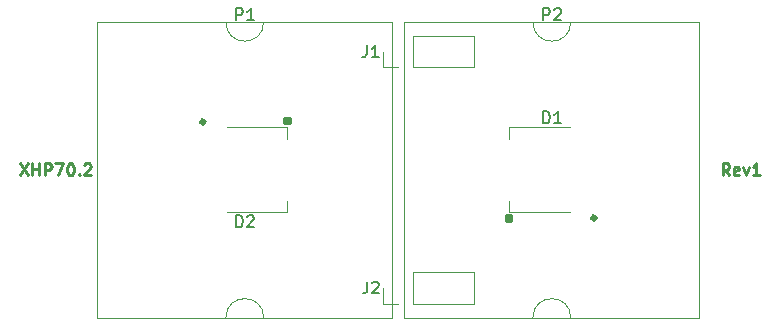
<source format=gto>
G04 #@! TF.GenerationSoftware,KiCad,Pcbnew,5.1.4-e60b266~84~ubuntu18.04.1*
G04 #@! TF.CreationDate,2019-09-11T21:53:04+05:30*
G04 #@! TF.ProjectId,SenseCam_XHP70.2_rev1,53656e73-6543-4616-9d5f-58485037302e,rev?*
G04 #@! TF.SameCoordinates,Original*
G04 #@! TF.FileFunction,Legend,Top*
G04 #@! TF.FilePolarity,Positive*
%FSLAX46Y46*%
G04 Gerber Fmt 4.6, Leading zero omitted, Abs format (unit mm)*
G04 Created by KiCad (PCBNEW 5.1.4-e60b266~84~ubuntu18.04.1) date 2019-09-11 21:53:04*
%MOMM*%
%LPD*%
G04 APERTURE LIST*
%ADD10C,0.250000*%
%ADD11C,0.120000*%
%ADD12C,0.300000*%
%ADD13C,0.400000*%
%ADD14C,0.150000*%
G04 APERTURE END LIST*
D10*
X70523809Y-23452380D02*
X70190476Y-22976190D01*
X69952380Y-23452380D02*
X69952380Y-22452380D01*
X70333333Y-22452380D01*
X70428571Y-22500000D01*
X70476190Y-22547619D01*
X70523809Y-22642857D01*
X70523809Y-22785714D01*
X70476190Y-22880952D01*
X70428571Y-22928571D01*
X70333333Y-22976190D01*
X69952380Y-22976190D01*
X71333333Y-23404761D02*
X71238095Y-23452380D01*
X71047619Y-23452380D01*
X70952380Y-23404761D01*
X70904761Y-23309523D01*
X70904761Y-22928571D01*
X70952380Y-22833333D01*
X71047619Y-22785714D01*
X71238095Y-22785714D01*
X71333333Y-22833333D01*
X71380952Y-22928571D01*
X71380952Y-23023809D01*
X70904761Y-23119047D01*
X71714285Y-22785714D02*
X71952380Y-23452380D01*
X72190476Y-22785714D01*
X73095238Y-23452380D02*
X72523809Y-23452380D01*
X72809523Y-23452380D02*
X72809523Y-22452380D01*
X72714285Y-22595238D01*
X72619047Y-22690476D01*
X72523809Y-22738095D01*
X10476190Y-22452380D02*
X11142857Y-23452380D01*
X11142857Y-22452380D02*
X10476190Y-23452380D01*
X11523809Y-23452380D02*
X11523809Y-22452380D01*
X11523809Y-22928571D02*
X12095238Y-22928571D01*
X12095238Y-23452380D02*
X12095238Y-22452380D01*
X12571428Y-23452380D02*
X12571428Y-22452380D01*
X12952380Y-22452380D01*
X13047619Y-22500000D01*
X13095238Y-22547619D01*
X13142857Y-22642857D01*
X13142857Y-22785714D01*
X13095238Y-22880952D01*
X13047619Y-22928571D01*
X12952380Y-22976190D01*
X12571428Y-22976190D01*
X13476190Y-22452380D02*
X14142857Y-22452380D01*
X13714285Y-23452380D01*
X14714285Y-22452380D02*
X14809523Y-22452380D01*
X14904761Y-22500000D01*
X14952380Y-22547619D01*
X15000000Y-22642857D01*
X15047619Y-22833333D01*
X15047619Y-23071428D01*
X15000000Y-23261904D01*
X14952380Y-23357142D01*
X14904761Y-23404761D01*
X14809523Y-23452380D01*
X14714285Y-23452380D01*
X14619047Y-23404761D01*
X14571428Y-23357142D01*
X14523809Y-23261904D01*
X14476190Y-23071428D01*
X14476190Y-22833333D01*
X14523809Y-22642857D01*
X14571428Y-22547619D01*
X14619047Y-22500000D01*
X14714285Y-22452380D01*
X15476190Y-23357142D02*
X15523809Y-23404761D01*
X15476190Y-23452380D01*
X15428571Y-23404761D01*
X15476190Y-23357142D01*
X15476190Y-23452380D01*
X15904761Y-22547619D02*
X15952380Y-22500000D01*
X16047619Y-22452380D01*
X16285714Y-22452380D01*
X16380952Y-22500000D01*
X16428571Y-22547619D01*
X16476190Y-22642857D01*
X16476190Y-22738095D01*
X16428571Y-22880952D01*
X15857142Y-23452380D01*
X16476190Y-23452380D01*
D11*
X17000000Y-35500000D02*
X42000000Y-35500000D01*
X42000000Y-35500000D02*
X42000000Y-10500000D01*
X17000000Y-35500000D02*
X17000000Y-10500000D01*
X17000000Y-10500000D02*
X42000000Y-10500000D01*
X27900000Y-10500000D02*
G75*
G03X31100000Y-10500000I1600000J0D01*
G01*
X27900000Y-35500000D02*
G75*
G02X31100000Y-35500000I1600000J0D01*
G01*
X51900000Y-19400000D02*
X51900000Y-20400000D01*
X57000000Y-19400000D02*
X51900000Y-19400000D01*
X51900000Y-26600000D02*
X51900000Y-25600000D01*
X57000000Y-26600000D02*
X51900000Y-26600000D01*
D12*
G36*
X51690000Y-26937000D02*
G01*
X51690000Y-27318000D01*
X52071000Y-27318000D01*
X52071000Y-26937000D01*
X51817000Y-26937000D01*
X51690000Y-26937000D01*
G37*
X51690000Y-26937000D02*
X51690000Y-27318000D01*
X52071000Y-27318000D01*
X52071000Y-26937000D01*
X51817000Y-26937000D01*
X51690000Y-26937000D01*
D13*
X59183000Y-27064000D02*
G75*
G03X59183000Y-27064000I-127000J0D01*
G01*
X26071000Y-18936000D02*
G75*
G03X26071000Y-18936000I-127000J0D01*
G01*
D12*
G36*
X33310000Y-19063000D02*
G01*
X33310000Y-18682000D01*
X32929000Y-18682000D01*
X32929000Y-19063000D01*
X33183000Y-19063000D01*
X33310000Y-19063000D01*
G37*
X33310000Y-19063000D02*
X33310000Y-18682000D01*
X32929000Y-18682000D01*
X32929000Y-19063000D01*
X33183000Y-19063000D01*
X33310000Y-19063000D01*
D11*
X28000000Y-19400000D02*
X33100000Y-19400000D01*
X33100000Y-19400000D02*
X33100000Y-20400000D01*
X28000000Y-26600000D02*
X33100000Y-26600000D01*
X33100000Y-26600000D02*
X33100000Y-25600000D01*
X48910000Y-14330000D02*
X48910000Y-11670000D01*
X43770000Y-14330000D02*
X48910000Y-14330000D01*
X43770000Y-11670000D02*
X48910000Y-11670000D01*
X43770000Y-14330000D02*
X43770000Y-11670000D01*
X42500000Y-14330000D02*
X41170000Y-14330000D01*
X41170000Y-14330000D02*
X41170000Y-13000000D01*
X48910000Y-34330000D02*
X48910000Y-31670000D01*
X43770000Y-34330000D02*
X48910000Y-34330000D01*
X43770000Y-31670000D02*
X48910000Y-31670000D01*
X43770000Y-34330000D02*
X43770000Y-31670000D01*
X42500000Y-34330000D02*
X41170000Y-34330000D01*
X41170000Y-34330000D02*
X41170000Y-33000000D01*
X53900000Y-35500000D02*
G75*
G02X57100000Y-35500000I1600000J0D01*
G01*
X53900000Y-10500000D02*
G75*
G03X57100000Y-10500000I1600000J0D01*
G01*
X43000000Y-10500000D02*
X68000000Y-10500000D01*
X43000000Y-35500000D02*
X43000000Y-10500000D01*
X68000000Y-35500000D02*
X68000000Y-10500000D01*
X43000000Y-35500000D02*
X68000000Y-35500000D01*
D14*
X28761904Y-10327380D02*
X28761904Y-9327380D01*
X29142857Y-9327380D01*
X29238095Y-9375000D01*
X29285714Y-9422619D01*
X29333333Y-9517857D01*
X29333333Y-9660714D01*
X29285714Y-9755952D01*
X29238095Y-9803571D01*
X29142857Y-9851190D01*
X28761904Y-9851190D01*
X30285714Y-10327380D02*
X29714285Y-10327380D01*
X30000000Y-10327380D02*
X30000000Y-9327380D01*
X29904761Y-9470238D01*
X29809523Y-9565476D01*
X29714285Y-9613095D01*
X54761904Y-19052380D02*
X54761904Y-18052380D01*
X55000000Y-18052380D01*
X55142857Y-18100000D01*
X55238095Y-18195238D01*
X55285714Y-18290476D01*
X55333333Y-18480952D01*
X55333333Y-18623809D01*
X55285714Y-18814285D01*
X55238095Y-18909523D01*
X55142857Y-19004761D01*
X55000000Y-19052380D01*
X54761904Y-19052380D01*
X56285714Y-19052380D02*
X55714285Y-19052380D01*
X56000000Y-19052380D02*
X56000000Y-18052380D01*
X55904761Y-18195238D01*
X55809523Y-18290476D01*
X55714285Y-18338095D01*
X28761904Y-27852380D02*
X28761904Y-26852380D01*
X29000000Y-26852380D01*
X29142857Y-26900000D01*
X29238095Y-26995238D01*
X29285714Y-27090476D01*
X29333333Y-27280952D01*
X29333333Y-27423809D01*
X29285714Y-27614285D01*
X29238095Y-27709523D01*
X29142857Y-27804761D01*
X29000000Y-27852380D01*
X28761904Y-27852380D01*
X29714285Y-26947619D02*
X29761904Y-26900000D01*
X29857142Y-26852380D01*
X30095238Y-26852380D01*
X30190476Y-26900000D01*
X30238095Y-26947619D01*
X30285714Y-27042857D01*
X30285714Y-27138095D01*
X30238095Y-27280952D01*
X29666666Y-27852380D01*
X30285714Y-27852380D01*
X39836666Y-12452380D02*
X39836666Y-13166666D01*
X39789047Y-13309523D01*
X39693809Y-13404761D01*
X39550952Y-13452380D01*
X39455714Y-13452380D01*
X40836666Y-13452380D02*
X40265238Y-13452380D01*
X40550952Y-13452380D02*
X40550952Y-12452380D01*
X40455714Y-12595238D01*
X40360476Y-12690476D01*
X40265238Y-12738095D01*
X39866666Y-32452380D02*
X39866666Y-33166666D01*
X39819047Y-33309523D01*
X39723809Y-33404761D01*
X39580952Y-33452380D01*
X39485714Y-33452380D01*
X40295238Y-32547619D02*
X40342857Y-32500000D01*
X40438095Y-32452380D01*
X40676190Y-32452380D01*
X40771428Y-32500000D01*
X40819047Y-32547619D01*
X40866666Y-32642857D01*
X40866666Y-32738095D01*
X40819047Y-32880952D01*
X40247619Y-33452380D01*
X40866666Y-33452380D01*
X54761904Y-10327380D02*
X54761904Y-9327380D01*
X55142857Y-9327380D01*
X55238095Y-9375000D01*
X55285714Y-9422619D01*
X55333333Y-9517857D01*
X55333333Y-9660714D01*
X55285714Y-9755952D01*
X55238095Y-9803571D01*
X55142857Y-9851190D01*
X54761904Y-9851190D01*
X55714285Y-9422619D02*
X55761904Y-9375000D01*
X55857142Y-9327380D01*
X56095238Y-9327380D01*
X56190476Y-9375000D01*
X56238095Y-9422619D01*
X56285714Y-9517857D01*
X56285714Y-9613095D01*
X56238095Y-9755952D01*
X55666666Y-10327380D01*
X56285714Y-10327380D01*
M02*

</source>
